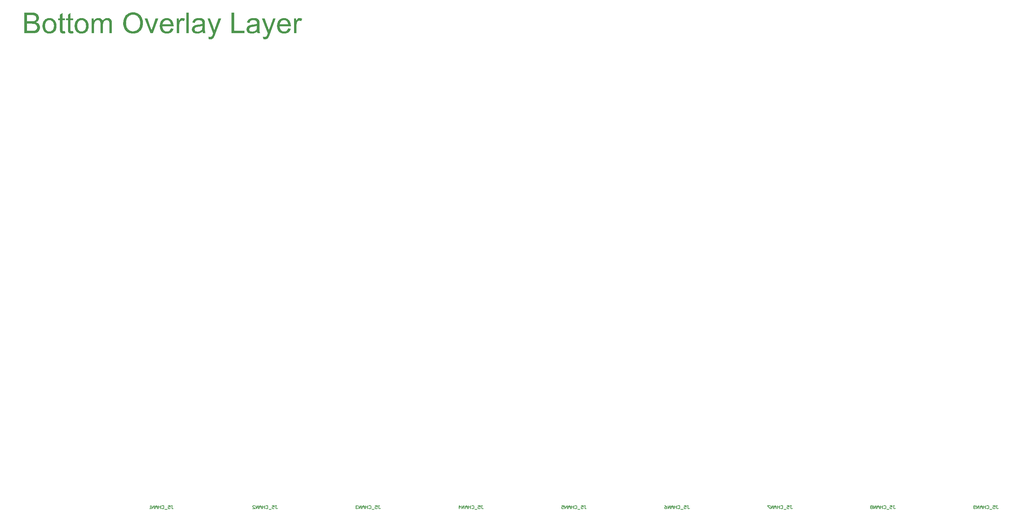
<source format=gbo>
G04*
G04 #@! TF.GenerationSoftware,Altium Limited,Altium Designer,25.0.2 (28)*
G04*
G04 Layer_Color=32896*
%FSLAX44Y44*%
%MOMM*%
G71*
G04*
G04 #@! TF.SameCoordinates,F5B53509-386E-4AF8-9846-D30C52800222*
G04*
G04*
G04 #@! TF.FilePolarity,Positive*
G04*
G01*
G75*
%ADD10C,0.1500*%
G36*
X702425Y1352787D02*
X703225Y1352653D01*
X704225Y1352387D01*
X705358Y1352053D01*
X706491Y1351520D01*
X707757Y1350854D01*
X705558Y1345055D01*
X705424Y1345122D01*
X705158Y1345255D01*
X704691Y1345455D01*
X704091Y1345722D01*
X703425Y1345988D01*
X702625Y1346188D01*
X701759Y1346322D01*
X700892Y1346388D01*
X700559D01*
X700159Y1346322D01*
X699626Y1346255D01*
X699093Y1346055D01*
X698426Y1345855D01*
X697826Y1345522D01*
X697160Y1345122D01*
X697093Y1345055D01*
X696893Y1344922D01*
X696627Y1344589D01*
X696293Y1344189D01*
X695894Y1343722D01*
X695494Y1343122D01*
X695161Y1342456D01*
X694827Y1341656D01*
Y1341589D01*
X694761Y1341523D01*
Y1341323D01*
X694694Y1341056D01*
X694494Y1340390D01*
X694361Y1339523D01*
X694161Y1338390D01*
X693961Y1337191D01*
X693894Y1335791D01*
X693828Y1334325D01*
Y1314996D01*
X687562D01*
Y1352120D01*
X693228D01*
Y1346455D01*
X693294Y1346588D01*
X693428Y1346788D01*
X693561Y1347055D01*
X694027Y1347721D01*
X694494Y1348521D01*
X695094Y1349454D01*
X695760Y1350320D01*
X696494Y1351054D01*
X697160Y1351653D01*
X697227Y1351720D01*
X697493Y1351853D01*
X697893Y1352053D01*
X698360Y1352320D01*
X698960Y1352520D01*
X699693Y1352720D01*
X700426Y1352853D01*
X701226Y1352920D01*
X701759D01*
X702425Y1352787D01*
D02*
G37*
G36*
X412033D02*
X412833Y1352653D01*
X413833Y1352387D01*
X414966Y1352053D01*
X416099Y1351520D01*
X417365Y1350854D01*
X415165Y1345055D01*
X415032Y1345122D01*
X414766Y1345255D01*
X414299Y1345455D01*
X413699Y1345722D01*
X413033Y1345988D01*
X412233Y1346188D01*
X411367Y1346322D01*
X410500Y1346388D01*
X410167D01*
X409767Y1346322D01*
X409234Y1346255D01*
X408700Y1346055D01*
X408034Y1345855D01*
X407434Y1345522D01*
X406768Y1345122D01*
X406701Y1345055D01*
X406501Y1344922D01*
X406234Y1344589D01*
X405901Y1344189D01*
X405501Y1343722D01*
X405101Y1343122D01*
X404768Y1342456D01*
X404435Y1341656D01*
Y1341589D01*
X404368Y1341523D01*
Y1341323D01*
X404302Y1341056D01*
X404102Y1340390D01*
X403968Y1339523D01*
X403768Y1338390D01*
X403568Y1337191D01*
X403502Y1335791D01*
X403435Y1334325D01*
Y1314996D01*
X397170D01*
Y1352120D01*
X402835D01*
Y1346455D01*
X402902Y1346588D01*
X403035Y1346788D01*
X403169Y1347055D01*
X403635Y1347721D01*
X404102Y1348521D01*
X404701Y1349454D01*
X405368Y1350320D01*
X406101Y1351054D01*
X406768Y1351653D01*
X406834Y1351720D01*
X407101Y1351853D01*
X407501Y1352053D01*
X407967Y1352320D01*
X408567Y1352520D01*
X409300Y1352720D01*
X410033Y1352853D01*
X410833Y1352920D01*
X411367D01*
X412033Y1352787D01*
D02*
G37*
G36*
X226214Y1352853D02*
X226680D01*
X227214Y1352787D01*
X228480Y1352520D01*
X229813Y1352187D01*
X231213Y1351653D01*
X232612Y1350854D01*
X233212Y1350387D01*
X233812Y1349854D01*
X233879Y1349787D01*
X233945Y1349721D01*
X234079Y1349521D01*
X234279Y1349254D01*
X234478Y1348921D01*
X234745Y1348521D01*
X235012Y1348054D01*
X235345Y1347521D01*
X235611Y1346921D01*
X235878Y1346188D01*
X236145Y1345455D01*
X236345Y1344589D01*
X236545Y1343656D01*
X236678Y1342656D01*
X236811Y1341523D01*
Y1340390D01*
Y1314996D01*
X230546D01*
Y1338324D01*
Y1338390D01*
Y1338457D01*
Y1338657D01*
Y1338923D01*
Y1339590D01*
X230479Y1340390D01*
X230413Y1341256D01*
X230280Y1342189D01*
X230146Y1342989D01*
X229946Y1343722D01*
Y1343789D01*
X229813Y1343989D01*
X229680Y1344322D01*
X229413Y1344655D01*
X229146Y1345122D01*
X228747Y1345522D01*
X228280Y1345988D01*
X227680Y1346388D01*
X227614Y1346455D01*
X227414Y1346588D01*
X227080Y1346721D01*
X226614Y1346921D01*
X226081Y1347121D01*
X225414Y1347321D01*
X224748Y1347388D01*
X223948Y1347455D01*
X223548D01*
X223281Y1347388D01*
X222548Y1347321D01*
X221615Y1347121D01*
X220549Y1346788D01*
X219482Y1346322D01*
X218349Y1345655D01*
X217349Y1344789D01*
X217216Y1344655D01*
X216950Y1344322D01*
X216550Y1343656D01*
X216083Y1342789D01*
X215816Y1342256D01*
X215550Y1341656D01*
X215350Y1340923D01*
X215150Y1340190D01*
X215017Y1339390D01*
X214883Y1338524D01*
X214750Y1337524D01*
Y1336524D01*
Y1314996D01*
X208485D01*
Y1339057D01*
Y1339123D01*
Y1339257D01*
Y1339457D01*
Y1339723D01*
X208418Y1340523D01*
X208285Y1341389D01*
X208085Y1342456D01*
X207819Y1343456D01*
X207485Y1344455D01*
X206952Y1345322D01*
X206886Y1345388D01*
X206686Y1345655D01*
X206286Y1345988D01*
X205752Y1346388D01*
X205086Y1346788D01*
X204219Y1347121D01*
X203153Y1347388D01*
X201953Y1347455D01*
X201487D01*
X201020Y1347388D01*
X200354Y1347255D01*
X199554Y1347121D01*
X198754Y1346855D01*
X197888Y1346521D01*
X197021Y1346055D01*
X196955Y1345988D01*
X196621Y1345788D01*
X196222Y1345455D01*
X195755Y1344989D01*
X195222Y1344455D01*
X194689Y1343722D01*
X194155Y1342856D01*
X193689Y1341923D01*
X193622Y1341789D01*
X193556Y1341456D01*
X193356Y1340790D01*
X193222Y1339990D01*
X193022Y1338857D01*
X192822Y1337524D01*
X192756Y1335991D01*
X192689Y1334191D01*
Y1314996D01*
X186424D01*
Y1352120D01*
X192023D01*
Y1346855D01*
X192089Y1346988D01*
X192356Y1347321D01*
X192756Y1347788D01*
X193289Y1348454D01*
X193955Y1349121D01*
X194755Y1349854D01*
X195688Y1350587D01*
X196688Y1351254D01*
X196755D01*
X196821Y1351320D01*
X197221Y1351520D01*
X197821Y1351787D01*
X198621Y1352120D01*
X199621Y1352387D01*
X200687Y1352653D01*
X201953Y1352853D01*
X203286Y1352920D01*
X203953D01*
X204753Y1352853D01*
X205686Y1352720D01*
X206752Y1352520D01*
X207885Y1352187D01*
X208952Y1351787D01*
X210018Y1351187D01*
X210151Y1351120D01*
X210485Y1350854D01*
X210951Y1350454D01*
X211484Y1349921D01*
X212151Y1349254D01*
X212751Y1348454D01*
X213351Y1347455D01*
X213817Y1346388D01*
X213884Y1346455D01*
X214017Y1346655D01*
X214284Y1346988D01*
X214617Y1347388D01*
X215083Y1347921D01*
X215617Y1348454D01*
X216216Y1349054D01*
X216883Y1349654D01*
X217683Y1350254D01*
X218549Y1350854D01*
X219482Y1351387D01*
X220482Y1351920D01*
X221615Y1352320D01*
X222748Y1352653D01*
X224014Y1352853D01*
X225281Y1352920D01*
X225814D01*
X226214Y1352853D01*
D02*
G37*
G36*
X337852Y1314996D02*
X331787D01*
X317790Y1352120D01*
X324455D01*
X332387Y1329859D01*
Y1329792D01*
X332453Y1329726D01*
X332520Y1329526D01*
X332587Y1329259D01*
X332853Y1328526D01*
X333186Y1327593D01*
X333586Y1326460D01*
X333986Y1325194D01*
X334386Y1323794D01*
X334786Y1322394D01*
Y1322461D01*
X334853Y1322528D01*
X334919Y1322928D01*
X335119Y1323527D01*
X335386Y1324394D01*
X335719Y1325394D01*
X336119Y1326593D01*
X336586Y1327993D01*
X337119Y1329459D01*
X345317Y1352120D01*
X351848D01*
X337852Y1314996D01*
D02*
G37*
G36*
X628378Y1314396D02*
Y1314330D01*
X628311Y1314130D01*
X628178Y1313797D01*
X627978Y1313397D01*
X627844Y1312930D01*
X627578Y1312330D01*
X627111Y1311064D01*
X626511Y1309664D01*
X625911Y1308265D01*
X625378Y1306998D01*
X625112Y1306465D01*
X624845Y1305999D01*
X624779Y1305865D01*
X624579Y1305532D01*
X624179Y1304932D01*
X623712Y1304266D01*
X623179Y1303532D01*
X622512Y1302799D01*
X621779Y1302066D01*
X620979Y1301466D01*
X620913Y1301400D01*
X620580Y1301266D01*
X620180Y1301000D01*
X619513Y1300733D01*
X618780Y1300467D01*
X617914Y1300200D01*
X616914Y1300067D01*
X615847Y1300000D01*
X615514D01*
X615114Y1300067D01*
X614648Y1300133D01*
X614048Y1300200D01*
X613315Y1300333D01*
X612582Y1300533D01*
X611782Y1300800D01*
X611115Y1306665D01*
X611182D01*
X611449Y1306598D01*
X611848Y1306465D01*
X612315Y1306398D01*
X612848Y1306265D01*
X613448Y1306132D01*
X614648Y1306065D01*
X614981D01*
X615381Y1306132D01*
X615847D01*
X616981Y1306398D01*
X617514Y1306532D01*
X617980Y1306798D01*
X618047D01*
X618180Y1306932D01*
X618447Y1307065D01*
X618713Y1307265D01*
X619380Y1307865D01*
X620046Y1308731D01*
Y1308798D01*
X620180Y1308931D01*
X620313Y1309198D01*
X620513Y1309664D01*
X620779Y1310331D01*
X621113Y1311131D01*
X621513Y1312197D01*
X621713Y1312797D01*
X621979Y1313463D01*
X622046Y1313530D01*
X622113Y1313863D01*
X622312Y1314330D01*
X622579Y1314996D01*
X608449Y1352120D01*
X615114D01*
X622912Y1330659D01*
Y1330592D01*
X622979Y1330459D01*
X623046Y1330259D01*
X623179Y1329926D01*
X623312Y1329592D01*
X623446Y1329126D01*
X623779Y1328060D01*
X624179Y1326793D01*
X624645Y1325327D01*
X625112Y1323727D01*
X625578Y1322061D01*
Y1322128D01*
X625645Y1322261D01*
X625712Y1322461D01*
X625778Y1322794D01*
X625911Y1323194D01*
X626045Y1323661D01*
X626311Y1324727D01*
X626711Y1325993D01*
X627178Y1327393D01*
X627711Y1328926D01*
X628244Y1330459D01*
X636176Y1352120D01*
X642441D01*
X628378Y1314396D01*
D02*
G37*
G36*
X493145D02*
Y1314330D01*
X493079Y1314130D01*
X492946Y1313797D01*
X492746Y1313397D01*
X492612Y1312930D01*
X492346Y1312330D01*
X491879Y1311064D01*
X491279Y1309664D01*
X490680Y1308265D01*
X490146Y1306998D01*
X489880Y1306465D01*
X489613Y1305999D01*
X489546Y1305865D01*
X489347Y1305532D01*
X488947Y1304932D01*
X488480Y1304266D01*
X487947Y1303532D01*
X487280Y1302799D01*
X486547Y1302066D01*
X485747Y1301466D01*
X485681Y1301400D01*
X485348Y1301266D01*
X484948Y1301000D01*
X484281Y1300733D01*
X483548Y1300467D01*
X482682Y1300200D01*
X481682Y1300067D01*
X480615Y1300000D01*
X480282D01*
X479882Y1300067D01*
X479416Y1300133D01*
X478816Y1300200D01*
X478083Y1300333D01*
X477350Y1300533D01*
X476550Y1300800D01*
X475883Y1306665D01*
X475950D01*
X476217Y1306598D01*
X476616Y1306465D01*
X477083Y1306398D01*
X477616Y1306265D01*
X478216Y1306132D01*
X479416Y1306065D01*
X479749D01*
X480149Y1306132D01*
X480615D01*
X481748Y1306398D01*
X482282Y1306532D01*
X482748Y1306798D01*
X482815D01*
X482948Y1306932D01*
X483215Y1307065D01*
X483481Y1307265D01*
X484148Y1307865D01*
X484814Y1308731D01*
Y1308798D01*
X484948Y1308931D01*
X485081Y1309198D01*
X485281Y1309664D01*
X485547Y1310331D01*
X485881Y1311131D01*
X486281Y1312197D01*
X486481Y1312797D01*
X486747Y1313463D01*
X486814Y1313530D01*
X486880Y1313863D01*
X487080Y1314330D01*
X487347Y1314996D01*
X473217Y1352120D01*
X479882D01*
X487680Y1330659D01*
Y1330592D01*
X487747Y1330459D01*
X487814Y1330259D01*
X487947Y1329926D01*
X488080Y1329592D01*
X488214Y1329126D01*
X488547Y1328060D01*
X488947Y1326793D01*
X489413Y1325327D01*
X489880Y1323727D01*
X490346Y1322061D01*
Y1322128D01*
X490413Y1322261D01*
X490480Y1322461D01*
X490546Y1322794D01*
X490680Y1323194D01*
X490813Y1323661D01*
X491079Y1324727D01*
X491479Y1325993D01*
X491946Y1327393D01*
X492479Y1328926D01*
X493012Y1330459D01*
X500943Y1352120D01*
X507209D01*
X493145Y1314396D01*
D02*
G37*
G36*
X589588Y1352853D02*
X590654Y1352787D01*
X591854Y1352653D01*
X593187Y1352453D01*
X594386Y1352187D01*
X595586Y1351787D01*
X595653D01*
X595719Y1351720D01*
X596053Y1351587D01*
X596586Y1351320D01*
X597252Y1350987D01*
X597985Y1350587D01*
X598718Y1350121D01*
X599385Y1349521D01*
X599985Y1348921D01*
X600051Y1348854D01*
X600185Y1348654D01*
X600451Y1348254D01*
X600785Y1347788D01*
X601118Y1347188D01*
X601451Y1346455D01*
X601718Y1345655D01*
X601984Y1344722D01*
Y1344655D01*
X602051Y1344389D01*
X602118Y1343989D01*
X602184Y1343389D01*
Y1342589D01*
X602251Y1341589D01*
X602318Y1340390D01*
Y1338923D01*
Y1330526D01*
Y1330459D01*
Y1330126D01*
Y1329726D01*
Y1329126D01*
Y1328459D01*
Y1327660D01*
Y1326793D01*
X602384Y1325860D01*
Y1323994D01*
X602451Y1322194D01*
X602518Y1321328D01*
Y1320595D01*
X602584Y1319995D01*
X602651Y1319462D01*
Y1319328D01*
X602718Y1319062D01*
X602851Y1318595D01*
X602984Y1318062D01*
X603251Y1317329D01*
X603517Y1316596D01*
X603851Y1315796D01*
X604250Y1314996D01*
X597652D01*
X597585Y1315063D01*
X597519Y1315329D01*
X597319Y1315729D01*
X597186Y1316329D01*
X596919Y1316996D01*
X596786Y1317796D01*
X596586Y1318662D01*
X596452Y1319662D01*
X596386D01*
X596319Y1319528D01*
X596119Y1319395D01*
X595853Y1319195D01*
X595186Y1318662D01*
X594253Y1317995D01*
X593253Y1317329D01*
X592120Y1316596D01*
X590854Y1315929D01*
X589654Y1315396D01*
X589588D01*
X589521Y1315329D01*
X589321Y1315263D01*
X589121Y1315196D01*
X588454Y1314996D01*
X587588Y1314796D01*
X586588Y1314596D01*
X585389Y1314396D01*
X584122Y1314263D01*
X582789Y1314196D01*
X582189D01*
X581790Y1314263D01*
X581256D01*
X580656Y1314330D01*
X579324Y1314596D01*
X577790Y1314930D01*
X576258Y1315463D01*
X574725Y1316196D01*
X574058Y1316596D01*
X573392Y1317129D01*
X573325Y1317196D01*
X573258Y1317262D01*
X572858Y1317662D01*
X572392Y1318329D01*
X571792Y1319195D01*
X571192Y1320328D01*
X570659Y1321595D01*
X570259Y1323061D01*
X570192Y1323861D01*
X570126Y1324727D01*
Y1324860D01*
Y1325194D01*
X570192Y1325727D01*
X570259Y1326393D01*
X570392Y1327126D01*
X570659Y1327993D01*
X570926Y1328859D01*
X571325Y1329726D01*
X571392Y1329859D01*
X571525Y1330126D01*
X571859Y1330526D01*
X572192Y1331059D01*
X572659Y1331592D01*
X573258Y1332192D01*
X573858Y1332792D01*
X574591Y1333325D01*
X574658Y1333392D01*
X574925Y1333525D01*
X575391Y1333791D01*
X575924Y1334125D01*
X576591Y1334458D01*
X577324Y1334791D01*
X578190Y1335124D01*
X579123Y1335391D01*
X579190D01*
X579457Y1335458D01*
X579923Y1335591D01*
X580523Y1335658D01*
X581323Y1335858D01*
X582256Y1335991D01*
X583389Y1336124D01*
X584722Y1336324D01*
X584789D01*
X585055Y1336391D01*
X585455D01*
X585988Y1336524D01*
X586588Y1336591D01*
X587321Y1336657D01*
X588121Y1336791D01*
X588988Y1336924D01*
X590787Y1337257D01*
X592653Y1337657D01*
X594386Y1338057D01*
X595186Y1338324D01*
X595919Y1338524D01*
Y1338590D01*
Y1338723D01*
Y1338923D01*
X595986Y1339190D01*
Y1339723D01*
Y1339990D01*
Y1340123D01*
Y1340190D01*
Y1340323D01*
Y1340523D01*
Y1340723D01*
X595919Y1341456D01*
X595786Y1342256D01*
X595519Y1343189D01*
X595253Y1344055D01*
X594786Y1344922D01*
X594186Y1345588D01*
X594053Y1345655D01*
X593720Y1345922D01*
X593187Y1346255D01*
X592387Y1346655D01*
X591320Y1347055D01*
X590121Y1347388D01*
X588654Y1347655D01*
X586988Y1347721D01*
X586255D01*
X585455Y1347655D01*
X584522Y1347521D01*
X583389Y1347321D01*
X582323Y1347055D01*
X581256Y1346655D01*
X580390Y1346122D01*
X580323Y1346055D01*
X580057Y1345855D01*
X579657Y1345455D01*
X579257Y1344855D01*
X578724Y1344122D01*
X578257Y1343189D01*
X577724Y1341989D01*
X577324Y1340656D01*
X571192Y1341523D01*
Y1341589D01*
X571259Y1341723D01*
Y1341923D01*
X571325Y1342189D01*
X571525Y1342922D01*
X571859Y1343789D01*
X572192Y1344789D01*
X572659Y1345855D01*
X573258Y1346921D01*
X573925Y1347854D01*
X573992Y1347988D01*
X574258Y1348254D01*
X574725Y1348654D01*
X575325Y1349254D01*
X576124Y1349854D01*
X577057Y1350454D01*
X578190Y1351054D01*
X579457Y1351587D01*
X579523D01*
X579657Y1351653D01*
X579857Y1351720D01*
X580123Y1351787D01*
X580457Y1351920D01*
X580856Y1351987D01*
X581923Y1352253D01*
X583122Y1352520D01*
X584589Y1352720D01*
X586188Y1352853D01*
X587921Y1352920D01*
X589121D01*
X589588Y1352853D01*
D02*
G37*
G36*
X539800Y1321061D02*
X564994D01*
Y1314996D01*
X533002D01*
Y1366250D01*
X539800D01*
Y1321061D01*
D02*
G37*
G36*
X454356Y1352853D02*
X455422Y1352787D01*
X456622Y1352653D01*
X457954Y1352453D01*
X459154Y1352187D01*
X460354Y1351787D01*
X460421D01*
X460487Y1351720D01*
X460821Y1351587D01*
X461354Y1351320D01*
X462020Y1350987D01*
X462753Y1350587D01*
X463486Y1350121D01*
X464153Y1349521D01*
X464753Y1348921D01*
X464819Y1348854D01*
X464953Y1348654D01*
X465219Y1348254D01*
X465553Y1347788D01*
X465886Y1347188D01*
X466219Y1346455D01*
X466486Y1345655D01*
X466752Y1344722D01*
Y1344655D01*
X466819Y1344389D01*
X466886Y1343989D01*
X466952Y1343389D01*
Y1342589D01*
X467019Y1341589D01*
X467085Y1340390D01*
Y1338923D01*
Y1330526D01*
Y1330459D01*
Y1330126D01*
Y1329726D01*
Y1329126D01*
Y1328459D01*
Y1327660D01*
Y1326793D01*
X467152Y1325860D01*
Y1323994D01*
X467219Y1322194D01*
X467285Y1321328D01*
Y1320595D01*
X467352Y1319995D01*
X467419Y1319462D01*
Y1319328D01*
X467485Y1319062D01*
X467619Y1318595D01*
X467752Y1318062D01*
X468019Y1317329D01*
X468285Y1316596D01*
X468619Y1315796D01*
X469018Y1314996D01*
X462420D01*
X462353Y1315063D01*
X462287Y1315329D01*
X462087Y1315729D01*
X461954Y1316329D01*
X461687Y1316996D01*
X461554Y1317796D01*
X461354Y1318662D01*
X461220Y1319662D01*
X461154D01*
X461087Y1319528D01*
X460887Y1319395D01*
X460620Y1319195D01*
X459954Y1318662D01*
X459021Y1317995D01*
X458021Y1317329D01*
X456888Y1316596D01*
X455622Y1315929D01*
X454422Y1315396D01*
X454356D01*
X454289Y1315329D01*
X454089Y1315263D01*
X453889Y1315196D01*
X453222Y1314996D01*
X452356Y1314796D01*
X451356Y1314596D01*
X450157Y1314396D01*
X448890Y1314263D01*
X447557Y1314196D01*
X446957D01*
X446558Y1314263D01*
X446024D01*
X445424Y1314330D01*
X444091Y1314596D01*
X442559Y1314930D01*
X441026Y1315463D01*
X439493Y1316196D01*
X438826Y1316596D01*
X438160Y1317129D01*
X438093Y1317196D01*
X438026Y1317262D01*
X437626Y1317662D01*
X437160Y1318329D01*
X436560Y1319195D01*
X435960Y1320328D01*
X435427Y1321595D01*
X435027Y1323061D01*
X434960Y1323861D01*
X434894Y1324727D01*
Y1324860D01*
Y1325194D01*
X434960Y1325727D01*
X435027Y1326393D01*
X435160Y1327126D01*
X435427Y1327993D01*
X435694Y1328859D01*
X436093Y1329726D01*
X436160Y1329859D01*
X436293Y1330126D01*
X436627Y1330526D01*
X436960Y1331059D01*
X437426Y1331592D01*
X438026Y1332192D01*
X438626Y1332792D01*
X439359Y1333325D01*
X439426Y1333392D01*
X439692Y1333525D01*
X440159Y1333791D01*
X440692Y1334125D01*
X441359Y1334458D01*
X442092Y1334791D01*
X442958Y1335124D01*
X443891Y1335391D01*
X443958D01*
X444225Y1335458D01*
X444691Y1335591D01*
X445291Y1335658D01*
X446091Y1335858D01*
X447024Y1335991D01*
X448157Y1336124D01*
X449490Y1336324D01*
X449557D01*
X449823Y1336391D01*
X450223D01*
X450756Y1336524D01*
X451356Y1336591D01*
X452089Y1336657D01*
X452889Y1336791D01*
X453756Y1336924D01*
X455555Y1337257D01*
X457421Y1337657D01*
X459154Y1338057D01*
X459954Y1338324D01*
X460687Y1338524D01*
Y1338590D01*
Y1338723D01*
Y1338923D01*
X460754Y1339190D01*
Y1339723D01*
Y1339990D01*
Y1340123D01*
Y1340190D01*
Y1340323D01*
Y1340523D01*
Y1340723D01*
X460687Y1341456D01*
X460554Y1342256D01*
X460287Y1343189D01*
X460021Y1344055D01*
X459554Y1344922D01*
X458954Y1345588D01*
X458821Y1345655D01*
X458488Y1345922D01*
X457954Y1346255D01*
X457155Y1346655D01*
X456088Y1347055D01*
X454889Y1347388D01*
X453422Y1347655D01*
X451756Y1347721D01*
X451023D01*
X450223Y1347655D01*
X449290Y1347521D01*
X448157Y1347321D01*
X447091Y1347055D01*
X446024Y1346655D01*
X445158Y1346122D01*
X445091Y1346055D01*
X444825Y1345855D01*
X444425Y1345455D01*
X444025Y1344855D01*
X443492Y1344122D01*
X443025Y1343189D01*
X442492Y1341989D01*
X442092Y1340656D01*
X435960Y1341523D01*
Y1341589D01*
X436027Y1341723D01*
Y1341923D01*
X436093Y1342189D01*
X436293Y1342922D01*
X436627Y1343789D01*
X436960Y1344789D01*
X437426Y1345855D01*
X438026Y1346921D01*
X438693Y1347854D01*
X438759Y1347988D01*
X439026Y1348254D01*
X439493Y1348654D01*
X440092Y1349254D01*
X440892Y1349854D01*
X441825Y1350454D01*
X442958Y1351054D01*
X444225Y1351587D01*
X444291D01*
X444425Y1351653D01*
X444625Y1351720D01*
X444891Y1351787D01*
X445224Y1351920D01*
X445624Y1351987D01*
X446691Y1352253D01*
X447890Y1352520D01*
X449357Y1352720D01*
X450956Y1352853D01*
X452689Y1352920D01*
X453889D01*
X454356Y1352853D01*
D02*
G37*
G36*
X427229Y1314996D02*
X420964D01*
Y1366250D01*
X427229D01*
Y1314996D01*
D02*
G37*
G36*
X40661Y1366183D02*
X41261D01*
X42594Y1366050D01*
X44061Y1365850D01*
X45660Y1365583D01*
X47193Y1365183D01*
X48593Y1364650D01*
X48659D01*
X48726Y1364583D01*
X48926Y1364517D01*
X49193Y1364384D01*
X49792Y1363984D01*
X50592Y1363450D01*
X51525Y1362784D01*
X52392Y1361984D01*
X53325Y1360984D01*
X54125Y1359851D01*
Y1359785D01*
X54191Y1359718D01*
X54458Y1359318D01*
X54791Y1358652D01*
X55191Y1357785D01*
X55524Y1356785D01*
X55858Y1355652D01*
X56124Y1354453D01*
X56191Y1353120D01*
Y1353053D01*
Y1352986D01*
Y1352787D01*
Y1352587D01*
X56124Y1351920D01*
X55991Y1351120D01*
X55724Y1350121D01*
X55458Y1349054D01*
X54991Y1347988D01*
X54391Y1346855D01*
X54325Y1346721D01*
X54058Y1346388D01*
X53658Y1345855D01*
X53058Y1345188D01*
X52258Y1344455D01*
X51325Y1343722D01*
X50259Y1342922D01*
X48993Y1342256D01*
X49059D01*
X49193Y1342189D01*
X49459Y1342123D01*
X49792Y1341989D01*
X50126Y1341856D01*
X50592Y1341656D01*
X51659Y1341123D01*
X52792Y1340456D01*
X53991Y1339657D01*
X55124Y1338657D01*
X56124Y1337524D01*
Y1337457D01*
X56257Y1337390D01*
X56391Y1337191D01*
X56524Y1336924D01*
X56924Y1336257D01*
X57390Y1335324D01*
X57857Y1334191D01*
X58257Y1332858D01*
X58524Y1331392D01*
X58657Y1329792D01*
Y1329726D01*
Y1329659D01*
Y1329459D01*
Y1329193D01*
X58590Y1328526D01*
X58457Y1327593D01*
X58257Y1326593D01*
X57990Y1325460D01*
X57657Y1324327D01*
X57124Y1323127D01*
X57057Y1322994D01*
X56857Y1322594D01*
X56524Y1322061D01*
X56057Y1321395D01*
X55524Y1320595D01*
X54858Y1319795D01*
X54125Y1319062D01*
X53325Y1318329D01*
X53258Y1318262D01*
X52925Y1318062D01*
X52458Y1317729D01*
X51792Y1317396D01*
X50992Y1316996D01*
X50059Y1316529D01*
X48926Y1316129D01*
X47726Y1315796D01*
X47593D01*
X47393Y1315729D01*
X47126Y1315663D01*
X46793Y1315596D01*
X46393Y1315529D01*
X45460Y1315396D01*
X44261Y1315263D01*
X42861Y1315130D01*
X41261Y1315063D01*
X39462Y1314996D01*
X20000D01*
Y1366250D01*
X40195D01*
X40661Y1366183D01*
D02*
G37*
G36*
X134171Y1352120D02*
X140503D01*
Y1347255D01*
X134171D01*
Y1325527D01*
Y1325394D01*
Y1325060D01*
Y1324594D01*
X134237Y1324061D01*
Y1323461D01*
X134304Y1322861D01*
X134371Y1322394D01*
X134437Y1321994D01*
X134504Y1321861D01*
X134704Y1321595D01*
X135037Y1321195D01*
X135504Y1320795D01*
X135570D01*
X135637Y1320728D01*
X135837Y1320661D01*
X136104Y1320595D01*
X136770Y1320461D01*
X137703Y1320395D01*
X138436D01*
X138836Y1320461D01*
X139369D01*
X139903Y1320528D01*
X140503Y1320595D01*
X141369Y1315063D01*
X141236D01*
X140902Y1314996D01*
X140436Y1314930D01*
X139769Y1314796D01*
X139036Y1314730D01*
X138236Y1314596D01*
X136570Y1314530D01*
X136037D01*
X135371Y1314596D01*
X134637Y1314663D01*
X133771Y1314796D01*
X132904Y1314996D01*
X132038Y1315263D01*
X131305Y1315596D01*
X131238Y1315663D01*
X130972Y1315796D01*
X130705Y1315996D01*
X130305Y1316329D01*
X129839Y1316729D01*
X129372Y1317262D01*
X128972Y1317796D01*
X128639Y1318395D01*
Y1318462D01*
X128506Y1318795D01*
X128439Y1319262D01*
X128306Y1319995D01*
X128239Y1320461D01*
X128172Y1320995D01*
X128106Y1321595D01*
X128039Y1322328D01*
X127972Y1323061D01*
Y1323927D01*
X127906Y1324860D01*
Y1325860D01*
Y1347255D01*
X123240D01*
Y1352120D01*
X127906D01*
Y1361251D01*
X134171Y1365050D01*
Y1352120D01*
D02*
G37*
G36*
X114309D02*
X120641D01*
Y1347255D01*
X114309D01*
Y1325527D01*
Y1325394D01*
Y1325060D01*
Y1324594D01*
X114376Y1324061D01*
Y1323461D01*
X114443Y1322861D01*
X114509Y1322394D01*
X114576Y1321994D01*
X114642Y1321861D01*
X114842Y1321595D01*
X115176Y1321195D01*
X115642Y1320795D01*
X115709D01*
X115775Y1320728D01*
X115975Y1320661D01*
X116242Y1320595D01*
X116909Y1320461D01*
X117842Y1320395D01*
X118575D01*
X118975Y1320461D01*
X119508D01*
X120041Y1320528D01*
X120641Y1320595D01*
X121507Y1315063D01*
X121374D01*
X121041Y1314996D01*
X120574Y1314930D01*
X119908Y1314796D01*
X119175Y1314730D01*
X118375Y1314596D01*
X116709Y1314530D01*
X116175D01*
X115509Y1314596D01*
X114776Y1314663D01*
X113909Y1314796D01*
X113043Y1314996D01*
X112176Y1315263D01*
X111443Y1315596D01*
X111377Y1315663D01*
X111110Y1315796D01*
X110843Y1315996D01*
X110443Y1316329D01*
X109977Y1316729D01*
X109510Y1317262D01*
X109110Y1317796D01*
X108777Y1318395D01*
Y1318462D01*
X108644Y1318795D01*
X108577Y1319262D01*
X108444Y1319995D01*
X108377Y1320461D01*
X108311Y1320995D01*
X108244Y1321595D01*
X108177Y1322328D01*
X108111Y1323061D01*
Y1323927D01*
X108044Y1324860D01*
Y1325860D01*
Y1347255D01*
X103379D01*
Y1352120D01*
X108044D01*
Y1361251D01*
X114309Y1365050D01*
Y1352120D01*
D02*
G37*
G36*
X664235Y1352853D02*
X664835Y1352787D01*
X665568Y1352653D01*
X666434Y1352520D01*
X667301Y1352320D01*
X668234Y1352053D01*
X669234Y1351653D01*
X670234Y1351254D01*
X671233Y1350787D01*
X672300Y1350187D01*
X673299Y1349521D01*
X674232Y1348721D01*
X675166Y1347854D01*
X675232Y1347788D01*
X675366Y1347588D01*
X675632Y1347321D01*
X675899Y1346921D01*
X676232Y1346388D01*
X676632Y1345788D01*
X677098Y1345055D01*
X677565Y1344189D01*
X677965Y1343189D01*
X678431Y1342123D01*
X678831Y1340990D01*
X679165Y1339723D01*
X679431Y1338324D01*
X679698Y1336857D01*
X679831Y1335258D01*
X679898Y1333591D01*
Y1333458D01*
Y1333192D01*
Y1332658D01*
X679831Y1331925D01*
X652171D01*
Y1331859D01*
Y1331659D01*
X652238Y1331325D01*
X652305Y1330925D01*
X652371Y1330392D01*
X652438Y1329792D01*
X652705Y1328459D01*
X653171Y1326927D01*
X653771Y1325394D01*
X654571Y1323927D01*
X655037Y1323261D01*
X655571Y1322594D01*
X655637Y1322528D01*
X655704Y1322461D01*
X655904Y1322328D01*
X656104Y1322128D01*
X656837Y1321595D01*
X657703Y1320995D01*
X658836Y1320395D01*
X660169Y1319928D01*
X661702Y1319528D01*
X662502Y1319462D01*
X663369Y1319395D01*
X663968D01*
X664568Y1319462D01*
X665435Y1319595D01*
X666301Y1319862D01*
X667301Y1320128D01*
X668301Y1320595D01*
X669234Y1321195D01*
X669367Y1321261D01*
X669634Y1321528D01*
X670100Y1321994D01*
X670633Y1322594D01*
X671233Y1323394D01*
X671900Y1324460D01*
X672566Y1325660D01*
X673099Y1327060D01*
X679631Y1326193D01*
Y1326127D01*
X679565Y1325927D01*
X679498Y1325660D01*
X679298Y1325260D01*
X679165Y1324794D01*
X678898Y1324194D01*
X678365Y1322928D01*
X677565Y1321528D01*
X676565Y1320061D01*
X675366Y1318595D01*
X673966Y1317329D01*
X673899D01*
X673766Y1317196D01*
X673566Y1317062D01*
X673233Y1316862D01*
X672833Y1316596D01*
X672300Y1316329D01*
X671766Y1316063D01*
X671100Y1315796D01*
X670367Y1315463D01*
X669567Y1315196D01*
X668701Y1314930D01*
X667767Y1314663D01*
X665701Y1314330D01*
X664568Y1314263D01*
X663369Y1314196D01*
X663035D01*
X662569Y1314263D01*
X662036D01*
X661369Y1314330D01*
X660569Y1314463D01*
X659636Y1314596D01*
X658703Y1314796D01*
X657703Y1315063D01*
X656637Y1315396D01*
X655571Y1315796D01*
X654504Y1316329D01*
X653438Y1316862D01*
X652371Y1317529D01*
X651372Y1318329D01*
X650439Y1319195D01*
X650372Y1319262D01*
X650239Y1319462D01*
X649972Y1319728D01*
X649705Y1320128D01*
X649372Y1320661D01*
X648972Y1321261D01*
X648506Y1321994D01*
X648106Y1322794D01*
X647639Y1323794D01*
X647173Y1324794D01*
X646773Y1325993D01*
X646440Y1327193D01*
X646173Y1328593D01*
X645906Y1329992D01*
X645773Y1331525D01*
X645706Y1333192D01*
Y1333325D01*
Y1333591D01*
X645773Y1334125D01*
Y1334724D01*
X645840Y1335524D01*
X645973Y1336457D01*
X646106Y1337457D01*
X646306Y1338524D01*
X646573Y1339657D01*
X646906Y1340856D01*
X647239Y1342056D01*
X647706Y1343256D01*
X648306Y1344455D01*
X648906Y1345655D01*
X649639Y1346721D01*
X650505Y1347721D01*
X650572Y1347788D01*
X650705Y1347921D01*
X650972Y1348188D01*
X651372Y1348521D01*
X651838Y1348921D01*
X652438Y1349387D01*
X653105Y1349854D01*
X653838Y1350320D01*
X654704Y1350787D01*
X655637Y1351254D01*
X656704Y1351720D01*
X657770Y1352120D01*
X658970Y1352453D01*
X660236Y1352720D01*
X661569Y1352853D01*
X662969Y1352920D01*
X663702D01*
X664235Y1352853D01*
D02*
G37*
G36*
X373843D02*
X374443Y1352787D01*
X375176Y1352653D01*
X376042Y1352520D01*
X376909Y1352320D01*
X377842Y1352053D01*
X378842Y1351653D01*
X379841Y1351254D01*
X380841Y1350787D01*
X381907Y1350187D01*
X382907Y1349521D01*
X383840Y1348721D01*
X384773Y1347854D01*
X384840Y1347788D01*
X384973Y1347588D01*
X385240Y1347321D01*
X385506Y1346921D01*
X385840Y1346388D01*
X386240Y1345788D01*
X386706Y1345055D01*
X387173Y1344189D01*
X387573Y1343189D01*
X388039Y1342123D01*
X388439Y1340990D01*
X388772Y1339723D01*
X389039Y1338324D01*
X389305Y1336857D01*
X389439Y1335258D01*
X389505Y1333591D01*
Y1333458D01*
Y1333192D01*
Y1332658D01*
X389439Y1331925D01*
X361779D01*
Y1331859D01*
Y1331659D01*
X361846Y1331325D01*
X361912Y1330925D01*
X361979Y1330392D01*
X362046Y1329792D01*
X362312Y1328459D01*
X362779Y1326927D01*
X363379Y1325394D01*
X364179Y1323927D01*
X364645Y1323261D01*
X365178Y1322594D01*
X365245Y1322528D01*
X365312Y1322461D01*
X365512Y1322328D01*
X365712Y1322128D01*
X366445Y1321595D01*
X367311Y1320995D01*
X368444Y1320395D01*
X369777Y1319928D01*
X371310Y1319528D01*
X372110Y1319462D01*
X372976Y1319395D01*
X373576D01*
X374176Y1319462D01*
X375042Y1319595D01*
X375909Y1319862D01*
X376909Y1320128D01*
X377908Y1320595D01*
X378842Y1321195D01*
X378975Y1321261D01*
X379241Y1321528D01*
X379708Y1321994D01*
X380241Y1322594D01*
X380841Y1323394D01*
X381507Y1324460D01*
X382174Y1325660D01*
X382707Y1327060D01*
X389239Y1326193D01*
Y1326127D01*
X389172Y1325927D01*
X389105Y1325660D01*
X388905Y1325260D01*
X388772Y1324794D01*
X388506Y1324194D01*
X387972Y1322928D01*
X387173Y1321528D01*
X386173Y1320061D01*
X384973Y1318595D01*
X383574Y1317329D01*
X383507D01*
X383374Y1317196D01*
X383174Y1317062D01*
X382840Y1316862D01*
X382440Y1316596D01*
X381907Y1316329D01*
X381374Y1316063D01*
X380708Y1315796D01*
X379975Y1315463D01*
X379175Y1315196D01*
X378308Y1314930D01*
X377375Y1314663D01*
X375309Y1314330D01*
X374176Y1314263D01*
X372976Y1314196D01*
X372643D01*
X372177Y1314263D01*
X371643D01*
X370977Y1314330D01*
X370177Y1314463D01*
X369244Y1314596D01*
X368311Y1314796D01*
X367311Y1315063D01*
X366245Y1315396D01*
X365178Y1315796D01*
X364112Y1316329D01*
X363046Y1316862D01*
X361979Y1317529D01*
X360979Y1318329D01*
X360046Y1319195D01*
X359980Y1319262D01*
X359846Y1319462D01*
X359580Y1319728D01*
X359313Y1320128D01*
X358980Y1320661D01*
X358580Y1321261D01*
X358113Y1321994D01*
X357714Y1322794D01*
X357247Y1323794D01*
X356780Y1324794D01*
X356381Y1325993D01*
X356047Y1327193D01*
X355781Y1328593D01*
X355514Y1329992D01*
X355381Y1331525D01*
X355314Y1333192D01*
Y1333325D01*
Y1333591D01*
X355381Y1334125D01*
Y1334724D01*
X355447Y1335524D01*
X355581Y1336457D01*
X355714Y1337457D01*
X355914Y1338524D01*
X356181Y1339657D01*
X356514Y1340856D01*
X356847Y1342056D01*
X357314Y1343256D01*
X357914Y1344455D01*
X358513Y1345655D01*
X359246Y1346721D01*
X360113Y1347721D01*
X360180Y1347788D01*
X360313Y1347921D01*
X360579Y1348188D01*
X360979Y1348521D01*
X361446Y1348921D01*
X362046Y1349387D01*
X362712Y1349854D01*
X363445Y1350320D01*
X364312Y1350787D01*
X365245Y1351254D01*
X366311Y1351720D01*
X367378Y1352120D01*
X368577Y1352453D01*
X369844Y1352720D01*
X371177Y1352853D01*
X372576Y1352920D01*
X373310D01*
X373843Y1352853D01*
D02*
G37*
G36*
X162963D02*
X163630Y1352787D01*
X164363Y1352653D01*
X165229Y1352520D01*
X166163Y1352320D01*
X167096Y1352053D01*
X168095Y1351653D01*
X169162Y1351254D01*
X170228Y1350787D01*
X171295Y1350187D01*
X172294Y1349521D01*
X173294Y1348721D01*
X174227Y1347854D01*
X174294Y1347788D01*
X174427Y1347655D01*
X174694Y1347321D01*
X174960Y1346921D01*
X175360Y1346455D01*
X175760Y1345788D01*
X176227Y1345055D01*
X176693Y1344255D01*
X177093Y1343322D01*
X177560Y1342323D01*
X177960Y1341190D01*
X178360Y1339923D01*
X178626Y1338590D01*
X178893Y1337191D01*
X179026Y1335658D01*
X179093Y1334058D01*
Y1333991D01*
Y1333725D01*
Y1333392D01*
Y1332858D01*
X179026Y1332258D01*
X178959Y1331592D01*
X178893Y1330792D01*
X178826Y1329992D01*
X178559Y1328193D01*
X178160Y1326327D01*
X177626Y1324460D01*
X177293Y1323594D01*
X176893Y1322794D01*
Y1322728D01*
X176826Y1322594D01*
X176693Y1322394D01*
X176493Y1322128D01*
X176027Y1321395D01*
X175294Y1320461D01*
X174427Y1319462D01*
X173361Y1318395D01*
X172094Y1317396D01*
X170628Y1316463D01*
X170562D01*
X170428Y1316396D01*
X170228Y1316263D01*
X169895Y1316129D01*
X169562Y1315929D01*
X169095Y1315729D01*
X167962Y1315329D01*
X166696Y1314930D01*
X165163Y1314530D01*
X163497Y1314263D01*
X161697Y1314196D01*
X161364D01*
X160964Y1314263D01*
X160431D01*
X159764Y1314330D01*
X159031Y1314463D01*
X158165Y1314596D01*
X157232Y1314796D01*
X156232Y1315063D01*
X155232Y1315396D01*
X154232Y1315796D01*
X153166Y1316263D01*
X152100Y1316862D01*
X151100Y1317529D01*
X150100Y1318262D01*
X149167Y1319129D01*
X149100Y1319195D01*
X148967Y1319395D01*
X148700Y1319662D01*
X148434Y1320061D01*
X148034Y1320595D01*
X147634Y1321195D01*
X147234Y1321928D01*
X146768Y1322794D01*
X146301Y1323794D01*
X145901Y1324860D01*
X145501Y1325993D01*
X145101Y1327326D01*
X144835Y1328726D01*
X144568Y1330192D01*
X144435Y1331792D01*
X144368Y1333525D01*
Y1333658D01*
Y1333991D01*
X144435Y1334525D01*
Y1335191D01*
X144568Y1336057D01*
X144701Y1337057D01*
X144835Y1338124D01*
X145101Y1339257D01*
X145368Y1340523D01*
X145768Y1341789D01*
X146234Y1343056D01*
X146768Y1344322D01*
X147434Y1345522D01*
X148167Y1346721D01*
X149034Y1347788D01*
X150033Y1348788D01*
X150100Y1348854D01*
X150233Y1348987D01*
X150500Y1349187D01*
X150900Y1349454D01*
X151366Y1349721D01*
X151900Y1350121D01*
X152566Y1350454D01*
X153299Y1350854D01*
X154099Y1351254D01*
X154965Y1351587D01*
X155965Y1351987D01*
X156965Y1352253D01*
X158098Y1352520D01*
X159231Y1352720D01*
X160431Y1352853D01*
X161697Y1352920D01*
X162430D01*
X162963Y1352853D01*
D02*
G37*
G36*
X83450D02*
X84117Y1352787D01*
X84850Y1352653D01*
X85716Y1352520D01*
X86650Y1352320D01*
X87583Y1352053D01*
X88582Y1351653D01*
X89649Y1351254D01*
X90715Y1350787D01*
X91782Y1350187D01*
X92781Y1349521D01*
X93781Y1348721D01*
X94714Y1347854D01*
X94781Y1347788D01*
X94914Y1347655D01*
X95181Y1347321D01*
X95447Y1346921D01*
X95847Y1346455D01*
X96247Y1345788D01*
X96714Y1345055D01*
X97180Y1344255D01*
X97580Y1343322D01*
X98047Y1342323D01*
X98447Y1341190D01*
X98847Y1339923D01*
X99113Y1338590D01*
X99380Y1337191D01*
X99513Y1335658D01*
X99580Y1334058D01*
Y1333991D01*
Y1333725D01*
Y1333392D01*
Y1332858D01*
X99513Y1332258D01*
X99446Y1331592D01*
X99380Y1330792D01*
X99313Y1329992D01*
X99046Y1328193D01*
X98646Y1326327D01*
X98113Y1324460D01*
X97780Y1323594D01*
X97380Y1322794D01*
Y1322728D01*
X97313Y1322594D01*
X97180Y1322394D01*
X96980Y1322128D01*
X96514Y1321395D01*
X95781Y1320461D01*
X94914Y1319462D01*
X93848Y1318395D01*
X92581Y1317396D01*
X91115Y1316463D01*
X91048D01*
X90915Y1316396D01*
X90715Y1316263D01*
X90382Y1316129D01*
X90049Y1315929D01*
X89582Y1315729D01*
X88449Y1315329D01*
X87183Y1314930D01*
X85650Y1314530D01*
X83984Y1314263D01*
X82184Y1314196D01*
X81851D01*
X81451Y1314263D01*
X80918D01*
X80251Y1314330D01*
X79518Y1314463D01*
X78652Y1314596D01*
X77719Y1314796D01*
X76719Y1315063D01*
X75719Y1315396D01*
X74719Y1315796D01*
X73653Y1316263D01*
X72586Y1316862D01*
X71587Y1317529D01*
X70587Y1318262D01*
X69654Y1319129D01*
X69587Y1319195D01*
X69454Y1319395D01*
X69187Y1319662D01*
X68921Y1320061D01*
X68521Y1320595D01*
X68121Y1321195D01*
X67721Y1321928D01*
X67255Y1322794D01*
X66788Y1323794D01*
X66388Y1324860D01*
X65988Y1325993D01*
X65588Y1327326D01*
X65322Y1328726D01*
X65055Y1330192D01*
X64922Y1331792D01*
X64855Y1333525D01*
Y1333658D01*
Y1333991D01*
X64922Y1334525D01*
Y1335191D01*
X65055Y1336057D01*
X65188Y1337057D01*
X65322Y1338124D01*
X65588Y1339257D01*
X65855Y1340523D01*
X66255Y1341789D01*
X66721Y1343056D01*
X67255Y1344322D01*
X67921Y1345522D01*
X68654Y1346721D01*
X69521Y1347788D01*
X70520Y1348788D01*
X70587Y1348854D01*
X70720Y1348987D01*
X70987Y1349187D01*
X71387Y1349454D01*
X71853Y1349721D01*
X72387Y1350121D01*
X73053Y1350454D01*
X73786Y1350854D01*
X74586Y1351254D01*
X75452Y1351587D01*
X76452Y1351987D01*
X77452Y1352253D01*
X78585Y1352520D01*
X79718Y1352720D01*
X80918Y1352853D01*
X82184Y1352920D01*
X82917D01*
X83450Y1352853D01*
D02*
G37*
G36*
X290464Y1367050D02*
X291064Y1366983D01*
X291797Y1366916D01*
X292597Y1366850D01*
X293530Y1366716D01*
X295463Y1366316D01*
X297596Y1365717D01*
X298729Y1365317D01*
X299795Y1364850D01*
X300928Y1364317D01*
X301994Y1363717D01*
X302061Y1363650D01*
X302261Y1363584D01*
X302528Y1363384D01*
X302928Y1363117D01*
X303394Y1362717D01*
X303994Y1362317D01*
X304594Y1361851D01*
X305260Y1361251D01*
X305927Y1360651D01*
X306660Y1359918D01*
X307393Y1359118D01*
X308126Y1358318D01*
X308793Y1357385D01*
X309459Y1356386D01*
X310726Y1354253D01*
X310792Y1354186D01*
X310859Y1353986D01*
X310992Y1353653D01*
X311192Y1353186D01*
X311392Y1352587D01*
X311659Y1351920D01*
X311925Y1351120D01*
X312258Y1350254D01*
X312525Y1349321D01*
X312792Y1348254D01*
X313058Y1347121D01*
X313258Y1345922D01*
X313591Y1343322D01*
X313725Y1341923D01*
Y1340523D01*
Y1340456D01*
Y1340190D01*
Y1339790D01*
X313658Y1339190D01*
Y1338524D01*
X313591Y1337724D01*
X313458Y1336857D01*
X313325Y1335858D01*
X313125Y1334791D01*
X312925Y1333658D01*
X312392Y1331325D01*
X311592Y1328926D01*
X311059Y1327726D01*
X310526Y1326527D01*
X310459Y1326460D01*
X310392Y1326260D01*
X310192Y1325927D01*
X309926Y1325527D01*
X309592Y1324994D01*
X309259Y1324394D01*
X308793Y1323794D01*
X308260Y1323061D01*
X307660Y1322328D01*
X306993Y1321595D01*
X305460Y1320061D01*
X303661Y1318529D01*
X302661Y1317862D01*
X301595Y1317262D01*
X301528D01*
X301328Y1317129D01*
X300995Y1316996D01*
X300595Y1316796D01*
X300062Y1316529D01*
X299462Y1316263D01*
X298729Y1315996D01*
X297929Y1315729D01*
X296996Y1315396D01*
X296063Y1315130D01*
X293930Y1314596D01*
X291664Y1314263D01*
X290464Y1314196D01*
X289198Y1314130D01*
X288465D01*
X287998Y1314196D01*
X287332Y1314263D01*
X286598Y1314330D01*
X285799Y1314396D01*
X284865Y1314596D01*
X282866Y1314996D01*
X280667Y1315596D01*
X279534Y1315996D01*
X278467Y1316463D01*
X277334Y1316996D01*
X276268Y1317596D01*
X276201Y1317662D01*
X276001Y1317729D01*
X275735Y1317929D01*
X275335Y1318262D01*
X274868Y1318595D01*
X274335Y1318995D01*
X273735Y1319528D01*
X273069Y1320061D01*
X272402Y1320728D01*
X271669Y1321461D01*
X270936Y1322261D01*
X270269Y1323061D01*
X268870Y1324994D01*
X267670Y1327126D01*
Y1327193D01*
X267537Y1327393D01*
X267403Y1327726D01*
X267203Y1328193D01*
X267003Y1328726D01*
X266737Y1329393D01*
X266470Y1330192D01*
X266204Y1330992D01*
X265937Y1331925D01*
X265670Y1332925D01*
X265204Y1335058D01*
X264871Y1337457D01*
X264804Y1338657D01*
X264737Y1339923D01*
Y1339990D01*
Y1340056D01*
Y1340256D01*
Y1340456D01*
X264804Y1341123D01*
X264871Y1342056D01*
X264937Y1343122D01*
X265071Y1344322D01*
X265337Y1345722D01*
X265604Y1347188D01*
X265937Y1348788D01*
X266404Y1350387D01*
X266937Y1352053D01*
X267603Y1353720D01*
X268403Y1355319D01*
X269270Y1356919D01*
X270336Y1358452D01*
X271536Y1359851D01*
X271602Y1359918D01*
X271869Y1360185D01*
X272269Y1360518D01*
X272802Y1360984D01*
X273468Y1361518D01*
X274268Y1362184D01*
X275268Y1362784D01*
X276334Y1363517D01*
X277534Y1364184D01*
X278867Y1364850D01*
X280333Y1365450D01*
X281933Y1365983D01*
X283599Y1366450D01*
X285399Y1366783D01*
X287265Y1367050D01*
X289264Y1367116D01*
X289931D01*
X290464Y1367050D01*
D02*
G37*
%LPC*%
G36*
X595919Y1333591D02*
X595853D01*
X595786Y1333525D01*
X595586Y1333458D01*
X595253Y1333392D01*
X594920Y1333258D01*
X594453Y1333125D01*
X593920Y1332925D01*
X593320Y1332792D01*
X592653Y1332592D01*
X591920Y1332392D01*
X591054Y1332192D01*
X590121Y1331992D01*
X589121Y1331792D01*
X588055Y1331592D01*
X586922Y1331392D01*
X585655Y1331192D01*
X585455D01*
X585322Y1331125D01*
X585055D01*
X584322Y1330992D01*
X583522Y1330859D01*
X582656Y1330659D01*
X581723Y1330459D01*
X580856Y1330192D01*
X580190Y1329926D01*
X580123D01*
X579923Y1329792D01*
X579657Y1329659D01*
X579257Y1329459D01*
X578457Y1328793D01*
X578057Y1328393D01*
X577724Y1327926D01*
X577657Y1327859D01*
X577591Y1327726D01*
X577457Y1327393D01*
X577324Y1327060D01*
X577124Y1326593D01*
X576991Y1326127D01*
X576924Y1325527D01*
X576857Y1324927D01*
Y1324794D01*
Y1324527D01*
X576991Y1324061D01*
X577124Y1323461D01*
X577324Y1322861D01*
X577657Y1322128D01*
X578124Y1321461D01*
X578724Y1320795D01*
X578790Y1320728D01*
X579057Y1320528D01*
X579523Y1320262D01*
X580123Y1319995D01*
X580923Y1319662D01*
X581923Y1319395D01*
X583056Y1319195D01*
X584322Y1319129D01*
X584922D01*
X585588Y1319195D01*
X586455Y1319328D01*
X587455Y1319528D01*
X588521Y1319795D01*
X589654Y1320128D01*
X590720Y1320661D01*
X590787D01*
X590854Y1320728D01*
X591187Y1320928D01*
X591720Y1321328D01*
X592320Y1321794D01*
X592987Y1322394D01*
X593720Y1323194D01*
X594386Y1323994D01*
X594920Y1324994D01*
X594986Y1325127D01*
X595053Y1325394D01*
X595253Y1325860D01*
X595453Y1326593D01*
X595586Y1327460D01*
X595786Y1328526D01*
X595853Y1329792D01*
X595919Y1331259D01*
Y1333591D01*
D02*
G37*
G36*
X460687D02*
X460620D01*
X460554Y1333525D01*
X460354Y1333458D01*
X460021Y1333392D01*
X459687Y1333258D01*
X459221Y1333125D01*
X458688Y1332925D01*
X458088Y1332792D01*
X457421Y1332592D01*
X456688Y1332392D01*
X455822Y1332192D01*
X454889Y1331992D01*
X453889Y1331792D01*
X452822Y1331592D01*
X451689Y1331392D01*
X450423Y1331192D01*
X450223D01*
X450090Y1331125D01*
X449823D01*
X449090Y1330992D01*
X448290Y1330859D01*
X447424Y1330659D01*
X446491Y1330459D01*
X445624Y1330192D01*
X444958Y1329926D01*
X444891D01*
X444691Y1329792D01*
X444425Y1329659D01*
X444025Y1329459D01*
X443225Y1328793D01*
X442825Y1328393D01*
X442492Y1327926D01*
X442425Y1327859D01*
X442359Y1327726D01*
X442225Y1327393D01*
X442092Y1327060D01*
X441892Y1326593D01*
X441759Y1326127D01*
X441692Y1325527D01*
X441625Y1324927D01*
Y1324794D01*
Y1324527D01*
X441759Y1324061D01*
X441892Y1323461D01*
X442092Y1322861D01*
X442425Y1322128D01*
X442892Y1321461D01*
X443492Y1320795D01*
X443558Y1320728D01*
X443825Y1320528D01*
X444291Y1320262D01*
X444891Y1319995D01*
X445691Y1319662D01*
X446691Y1319395D01*
X447824Y1319195D01*
X449090Y1319129D01*
X449690D01*
X450356Y1319195D01*
X451223Y1319328D01*
X452223Y1319528D01*
X453289Y1319795D01*
X454422Y1320128D01*
X455489Y1320661D01*
X455555D01*
X455622Y1320728D01*
X455955Y1320928D01*
X456488Y1321328D01*
X457088Y1321794D01*
X457755Y1322394D01*
X458488Y1323194D01*
X459154Y1323994D01*
X459687Y1324994D01*
X459754Y1325127D01*
X459821Y1325394D01*
X460021Y1325860D01*
X460221Y1326593D01*
X460354Y1327460D01*
X460554Y1328526D01*
X460620Y1329792D01*
X460687Y1331259D01*
Y1333591D01*
D02*
G37*
G36*
X38928Y1360185D02*
X26798D01*
Y1344722D01*
X39395D01*
X40328Y1344789D01*
X41395Y1344855D01*
X42461Y1344922D01*
X43461Y1345055D01*
X44261Y1345255D01*
X44394Y1345322D01*
X44660Y1345388D01*
X45127Y1345588D01*
X45727Y1345855D01*
X46393Y1346255D01*
X46993Y1346655D01*
X47660Y1347188D01*
X48193Y1347788D01*
X48259Y1347854D01*
X48393Y1348121D01*
X48593Y1348521D01*
X48859Y1349054D01*
X49126Y1349654D01*
X49326Y1350454D01*
X49459Y1351320D01*
X49526Y1352320D01*
Y1352453D01*
Y1352720D01*
X49459Y1353253D01*
X49392Y1353853D01*
X49193Y1354519D01*
X48993Y1355253D01*
X48659Y1356052D01*
X48259Y1356785D01*
X48193Y1356852D01*
X48060Y1357119D01*
X47793Y1357452D01*
X47393Y1357852D01*
X46860Y1358318D01*
X46327Y1358718D01*
X45594Y1359118D01*
X44794Y1359451D01*
X44660Y1359518D01*
X44327Y1359585D01*
X43794Y1359718D01*
X42994Y1359851D01*
X42461Y1359918D01*
X41928Y1359985D01*
X41261D01*
X40528Y1360051D01*
X39795Y1360118D01*
X38928Y1360185D01*
D02*
G37*
G36*
X38595Y1338657D02*
X26798D01*
Y1321061D01*
X41328D01*
X42861Y1321128D01*
X43527Y1321195D01*
X44127Y1321261D01*
X44261D01*
X44527Y1321328D01*
X44927Y1321461D01*
X45460Y1321595D01*
X46127Y1321794D01*
X46726Y1321994D01*
X47393Y1322328D01*
X47993Y1322661D01*
X48060Y1322728D01*
X48259Y1322861D01*
X48526Y1323061D01*
X48926Y1323394D01*
X49326Y1323794D01*
X49792Y1324327D01*
X50192Y1324860D01*
X50592Y1325527D01*
X50659Y1325594D01*
X50792Y1325860D01*
X50925Y1326260D01*
X51125Y1326793D01*
X51325Y1327393D01*
X51525Y1328126D01*
X51592Y1328993D01*
X51659Y1329859D01*
Y1329992D01*
Y1330326D01*
X51592Y1330859D01*
X51459Y1331525D01*
X51259Y1332325D01*
X50992Y1333125D01*
X50659Y1333991D01*
X50126Y1334791D01*
X50059Y1334858D01*
X49859Y1335124D01*
X49526Y1335524D01*
X49059Y1335991D01*
X48459Y1336457D01*
X47793Y1336991D01*
X46993Y1337390D01*
X46060Y1337790D01*
X45927Y1337857D01*
X45594Y1337924D01*
X44994Y1338057D01*
X44127Y1338257D01*
X43127Y1338390D01*
X41794Y1338524D01*
X40328Y1338590D01*
X38595Y1338657D01*
D02*
G37*
G36*
X663035Y1347721D02*
X662635D01*
X662302Y1347655D01*
X661969D01*
X661502Y1347588D01*
X660503Y1347388D01*
X659370Y1346988D01*
X658103Y1346455D01*
X656904Y1345788D01*
X656304Y1345322D01*
X655704Y1344789D01*
X655571Y1344655D01*
X655237Y1344255D01*
X654771Y1343656D01*
X654238Y1342789D01*
X653638Y1341656D01*
X653105Y1340323D01*
X652705Y1338857D01*
X652505Y1337124D01*
X673233D01*
Y1337191D01*
Y1337324D01*
X673166Y1337590D01*
X673099Y1337857D01*
Y1338257D01*
X672966Y1338723D01*
X672766Y1339723D01*
X672433Y1340856D01*
X672033Y1341989D01*
X671500Y1343122D01*
X670833Y1344055D01*
Y1344122D01*
X670700Y1344189D01*
X670500Y1344389D01*
X670300Y1344655D01*
X669634Y1345188D01*
X668767Y1345922D01*
X667634Y1346588D01*
X666301Y1347121D01*
X664768Y1347588D01*
X663902Y1347655D01*
X663035Y1347721D01*
D02*
G37*
G36*
X372643D02*
X372243D01*
X371910Y1347655D01*
X371577D01*
X371110Y1347588D01*
X370110Y1347388D01*
X368977Y1346988D01*
X367711Y1346455D01*
X366511Y1345788D01*
X365911Y1345322D01*
X365312Y1344789D01*
X365178Y1344655D01*
X364845Y1344255D01*
X364379Y1343656D01*
X363845Y1342789D01*
X363246Y1341656D01*
X362712Y1340323D01*
X362312Y1338857D01*
X362112Y1337124D01*
X382840D01*
Y1337191D01*
Y1337324D01*
X382774Y1337590D01*
X382707Y1337857D01*
Y1338257D01*
X382574Y1338723D01*
X382374Y1339723D01*
X382041Y1340856D01*
X381641Y1341989D01*
X381107Y1343122D01*
X380441Y1344055D01*
Y1344122D01*
X380308Y1344189D01*
X380108Y1344389D01*
X379908Y1344655D01*
X379241Y1345188D01*
X378375Y1345922D01*
X377242Y1346588D01*
X375909Y1347121D01*
X374376Y1347588D01*
X373509Y1347655D01*
X372643Y1347721D01*
D02*
G37*
G36*
X161697D02*
X161231D01*
X160897Y1347655D01*
X160497Y1347588D01*
X160031Y1347521D01*
X158964Y1347255D01*
X157765Y1346855D01*
X156432Y1346255D01*
X155765Y1345855D01*
X155165Y1345388D01*
X154499Y1344789D01*
X153899Y1344189D01*
Y1344122D01*
X153766Y1344055D01*
X153632Y1343789D01*
X153433Y1343522D01*
X153166Y1343122D01*
X152899Y1342722D01*
X152633Y1342189D01*
X152366Y1341523D01*
X152100Y1340856D01*
X151833Y1340056D01*
X151566Y1339190D01*
X151300Y1338190D01*
X151100Y1337191D01*
X150967Y1336057D01*
X150900Y1334791D01*
X150833Y1333525D01*
Y1333458D01*
Y1333192D01*
Y1332858D01*
X150900Y1332392D01*
Y1331792D01*
X150967Y1331125D01*
X151100Y1330326D01*
X151233Y1329526D01*
X151566Y1327859D01*
X152100Y1326060D01*
X152899Y1324394D01*
X153366Y1323661D01*
X153899Y1322928D01*
X153966Y1322861D01*
X154032Y1322794D01*
X154232Y1322594D01*
X154432Y1322394D01*
X155165Y1321794D01*
X156032Y1321195D01*
X157165Y1320528D01*
X158498Y1319928D01*
X160031Y1319528D01*
X160831Y1319462D01*
X161697Y1319395D01*
X162164D01*
X162497Y1319462D01*
X162897Y1319528D01*
X163363Y1319595D01*
X164430Y1319862D01*
X165629Y1320262D01*
X166962Y1320861D01*
X167629Y1321261D01*
X168295Y1321794D01*
X168895Y1322328D01*
X169495Y1322928D01*
X169562Y1322994D01*
X169628Y1323127D01*
X169762Y1323327D01*
X169962Y1323594D01*
X170228Y1323994D01*
X170495Y1324460D01*
X170761Y1324994D01*
X171095Y1325594D01*
X171361Y1326327D01*
X171628Y1327126D01*
X171894Y1327993D01*
X172161Y1328993D01*
X172361Y1330059D01*
X172494Y1331192D01*
X172628Y1332392D01*
Y1333725D01*
Y1333791D01*
Y1334058D01*
Y1334391D01*
X172561Y1334858D01*
Y1335458D01*
X172494Y1336057D01*
X172361Y1336791D01*
X172228Y1337590D01*
X171894Y1339257D01*
X171295Y1340990D01*
X170562Y1342656D01*
X170028Y1343456D01*
X169495Y1344122D01*
X169428Y1344189D01*
X169362Y1344255D01*
X169162Y1344455D01*
X168962Y1344655D01*
X168229Y1345255D01*
X167362Y1345922D01*
X166229Y1346588D01*
X164896Y1347188D01*
X163363Y1347588D01*
X162563Y1347655D01*
X161697Y1347721D01*
D02*
G37*
G36*
X82184D02*
X81718D01*
X81384Y1347655D01*
X80984Y1347588D01*
X80518Y1347521D01*
X79451Y1347255D01*
X78252Y1346855D01*
X76919Y1346255D01*
X76252Y1345855D01*
X75652Y1345388D01*
X74986Y1344789D01*
X74386Y1344189D01*
Y1344122D01*
X74253Y1344055D01*
X74120Y1343789D01*
X73920Y1343522D01*
X73653Y1343122D01*
X73386Y1342722D01*
X73120Y1342189D01*
X72853Y1341523D01*
X72586Y1340856D01*
X72320Y1340056D01*
X72053Y1339190D01*
X71787Y1338190D01*
X71587Y1337191D01*
X71453Y1336057D01*
X71387Y1334791D01*
X71320Y1333525D01*
Y1333458D01*
Y1333192D01*
Y1332858D01*
X71387Y1332392D01*
Y1331792D01*
X71453Y1331125D01*
X71587Y1330326D01*
X71720Y1329526D01*
X72053Y1327859D01*
X72586Y1326060D01*
X73386Y1324394D01*
X73853Y1323661D01*
X74386Y1322928D01*
X74453Y1322861D01*
X74519Y1322794D01*
X74719Y1322594D01*
X74919Y1322394D01*
X75652Y1321794D01*
X76519Y1321195D01*
X77652Y1320528D01*
X78985Y1319928D01*
X80518Y1319528D01*
X81318Y1319462D01*
X82184Y1319395D01*
X82651D01*
X82984Y1319462D01*
X83384Y1319528D01*
X83850Y1319595D01*
X84917Y1319862D01*
X86116Y1320262D01*
X87449Y1320861D01*
X88116Y1321261D01*
X88782Y1321794D01*
X89382Y1322328D01*
X89982Y1322928D01*
X90049Y1322994D01*
X90115Y1323127D01*
X90249Y1323327D01*
X90449Y1323594D01*
X90715Y1323994D01*
X90982Y1324460D01*
X91248Y1324994D01*
X91582Y1325594D01*
X91848Y1326327D01*
X92115Y1327126D01*
X92381Y1327993D01*
X92648Y1328993D01*
X92848Y1330059D01*
X92981Y1331192D01*
X93115Y1332392D01*
Y1333725D01*
Y1333791D01*
Y1334058D01*
Y1334391D01*
X93048Y1334858D01*
Y1335458D01*
X92981Y1336057D01*
X92848Y1336791D01*
X92715Y1337590D01*
X92381Y1339257D01*
X91782Y1340990D01*
X91048Y1342656D01*
X90515Y1343456D01*
X89982Y1344122D01*
X89915Y1344189D01*
X89849Y1344255D01*
X89649Y1344455D01*
X89449Y1344655D01*
X88716Y1345255D01*
X87849Y1345922D01*
X86716Y1346588D01*
X85383Y1347188D01*
X83850Y1347588D01*
X83050Y1347655D01*
X82184Y1347721D01*
D02*
G37*
G36*
X289264Y1361251D02*
X288598D01*
X288065Y1361184D01*
X287465Y1361118D01*
X286732Y1360984D01*
X285932Y1360851D01*
X284999Y1360651D01*
X284066Y1360385D01*
X283066Y1360051D01*
X282066Y1359651D01*
X281000Y1359118D01*
X279933Y1358585D01*
X278867Y1357919D01*
X277867Y1357119D01*
X276868Y1356252D01*
X276801Y1356186D01*
X276668Y1356052D01*
X276401Y1355719D01*
X276068Y1355319D01*
X275668Y1354786D01*
X275268Y1354053D01*
X274801Y1353253D01*
X274335Y1352320D01*
X273802Y1351254D01*
X273335Y1350054D01*
X272935Y1348721D01*
X272535Y1347255D01*
X272202Y1345588D01*
X271936Y1343789D01*
X271802Y1341856D01*
X271736Y1339790D01*
Y1339657D01*
Y1339390D01*
X271802Y1338923D01*
Y1338257D01*
X271869Y1337457D01*
X272002Y1336591D01*
X272135Y1335591D01*
X272335Y1334525D01*
X272602Y1333325D01*
X272935Y1332125D01*
X273335Y1330925D01*
X273802Y1329726D01*
X274401Y1328526D01*
X275068Y1327326D01*
X275801Y1326260D01*
X276668Y1325194D01*
X276734Y1325127D01*
X276868Y1324994D01*
X277201Y1324727D01*
X277601Y1324394D01*
X278067Y1323994D01*
X278667Y1323527D01*
X279334Y1323061D01*
X280133Y1322594D01*
X280933Y1322061D01*
X281933Y1321595D01*
X282933Y1321128D01*
X284066Y1320728D01*
X285199Y1320395D01*
X286465Y1320128D01*
X287731Y1319995D01*
X289131Y1319928D01*
X289464D01*
X289864Y1319995D01*
X290397D01*
X291064Y1320061D01*
X291797Y1320195D01*
X292663Y1320395D01*
X293597Y1320595D01*
X294530Y1320861D01*
X295596Y1321261D01*
X296596Y1321661D01*
X297662Y1322194D01*
X298729Y1322794D01*
X299795Y1323527D01*
X300795Y1324327D01*
X301728Y1325260D01*
X301794Y1325327D01*
X301928Y1325527D01*
X302194Y1325793D01*
X302528Y1326260D01*
X302861Y1326793D01*
X303328Y1327460D01*
X303794Y1328259D01*
X304261Y1329193D01*
X304727Y1330192D01*
X305127Y1331392D01*
X305593Y1332592D01*
X305927Y1333991D01*
X306260Y1335458D01*
X306527Y1337057D01*
X306660Y1338723D01*
X306727Y1340523D01*
Y1340590D01*
Y1340790D01*
Y1341123D01*
Y1341589D01*
X306660Y1342123D01*
X306593Y1342722D01*
X306527Y1343456D01*
X306460Y1344255D01*
X306193Y1345922D01*
X305860Y1347788D01*
X305327Y1349654D01*
X304594Y1351454D01*
Y1351520D01*
X304527Y1351653D01*
X304394Y1351920D01*
X304194Y1352253D01*
X303994Y1352587D01*
X303727Y1353053D01*
X302994Y1354120D01*
X302128Y1355253D01*
X301061Y1356452D01*
X299862Y1357585D01*
X298395Y1358652D01*
X298329D01*
X298195Y1358785D01*
X297995Y1358918D01*
X297662Y1359052D01*
X297329Y1359252D01*
X296862Y1359451D01*
X296329Y1359718D01*
X295729Y1359985D01*
X294396Y1360451D01*
X292864Y1360851D01*
X291131Y1361118D01*
X289264Y1361251D01*
D02*
G37*
%LPD*%
D10*
X2426658Y144665D02*
X2429324D01*
X2427991D01*
Y138001D01*
X2429324Y136668D01*
X2430657D01*
X2431990Y138001D01*
X2418661Y144665D02*
X2423992D01*
Y140667D01*
X2421326Y141999D01*
X2419993D01*
X2418661Y140667D01*
Y138001D01*
X2419993Y136668D01*
X2422659D01*
X2423992Y138001D01*
X2415995Y135335D02*
X2410663D01*
X2402666Y143332D02*
X2403999Y144665D01*
X2406664D01*
X2407997Y143332D01*
Y138001D01*
X2406664Y136668D01*
X2403999D01*
X2402666Y138001D01*
X2400000Y144665D02*
Y136668D01*
Y140667D01*
X2394668D01*
Y144665D01*
Y136668D01*
X2392003D02*
Y141999D01*
X2389337Y144665D01*
X2386671Y141999D01*
Y136668D01*
Y140667D01*
X2392003D01*
X2384005Y136668D02*
Y144665D01*
X2378674Y136668D01*
Y144665D01*
X2376008Y138001D02*
X2374675Y136668D01*
X2372009D01*
X2370676Y138001D01*
Y143332D01*
X2372009Y144665D01*
X2374675D01*
X2376008Y143332D01*
Y141999D01*
X2374675Y140667D01*
X2370676D01*
X2171658Y144665D02*
X2174324D01*
X2172991D01*
Y138001D01*
X2174324Y136668D01*
X2175657D01*
X2176990Y138001D01*
X2163661Y144665D02*
X2168992D01*
Y140667D01*
X2166326Y141999D01*
X2164993D01*
X2163661Y140667D01*
Y138001D01*
X2164993Y136668D01*
X2167659D01*
X2168992Y138001D01*
X2160995Y135335D02*
X2155663D01*
X2147666Y143332D02*
X2148999Y144665D01*
X2151664D01*
X2152997Y143332D01*
Y138001D01*
X2151664Y136668D01*
X2148999D01*
X2147666Y138001D01*
X2145000Y144665D02*
Y136668D01*
Y140667D01*
X2139668D01*
Y144665D01*
Y136668D01*
X2137003D02*
Y141999D01*
X2134337Y144665D01*
X2131671Y141999D01*
Y136668D01*
Y140667D01*
X2137003D01*
X2129005Y136668D02*
Y144665D01*
X2123674Y136668D01*
Y144665D01*
X2121008Y143332D02*
X2119675Y144665D01*
X2117009D01*
X2115676Y143332D01*
Y141999D01*
X2117009Y140667D01*
X2115676Y139334D01*
Y138001D01*
X2117009Y136668D01*
X2119675D01*
X2121008Y138001D01*
Y139334D01*
X2119675Y140667D01*
X2121008Y141999D01*
Y143332D01*
X2119675Y140667D02*
X2117009D01*
X1916658Y144665D02*
X1919324D01*
X1917991D01*
Y138001D01*
X1919324Y136668D01*
X1920657D01*
X1921990Y138001D01*
X1908661Y144665D02*
X1913992D01*
Y140667D01*
X1911326Y141999D01*
X1909993D01*
X1908661Y140667D01*
Y138001D01*
X1909993Y136668D01*
X1912659D01*
X1913992Y138001D01*
X1905995Y135335D02*
X1900663D01*
X1892666Y143332D02*
X1893999Y144665D01*
X1896664D01*
X1897997Y143332D01*
Y138001D01*
X1896664Y136668D01*
X1893999D01*
X1892666Y138001D01*
X1890000Y144665D02*
Y136668D01*
Y140667D01*
X1884668D01*
Y144665D01*
Y136668D01*
X1882003D02*
Y141999D01*
X1879337Y144665D01*
X1876671Y141999D01*
Y136668D01*
Y140667D01*
X1882003D01*
X1874005Y136668D02*
Y144665D01*
X1868674Y136668D01*
Y144665D01*
X1866008D02*
X1860676D01*
Y143332D01*
X1866008Y138001D01*
Y136668D01*
X1661658Y144665D02*
X1664324D01*
X1662991D01*
Y138001D01*
X1664324Y136668D01*
X1665657D01*
X1666990Y138001D01*
X1653661Y144665D02*
X1658992D01*
Y140667D01*
X1656326Y141999D01*
X1654993D01*
X1653661Y140667D01*
Y138001D01*
X1654993Y136668D01*
X1657659D01*
X1658992Y138001D01*
X1650995Y135335D02*
X1645663D01*
X1637666Y143332D02*
X1638999Y144665D01*
X1641664D01*
X1642997Y143332D01*
Y138001D01*
X1641664Y136668D01*
X1638999D01*
X1637666Y138001D01*
X1635000Y144665D02*
Y136668D01*
Y140667D01*
X1629668D01*
Y144665D01*
Y136668D01*
X1627003D02*
Y141999D01*
X1624337Y144665D01*
X1621671Y141999D01*
Y136668D01*
Y140667D01*
X1627003D01*
X1619005Y136668D02*
Y144665D01*
X1613674Y136668D01*
Y144665D01*
X1605676D02*
X1608342Y143332D01*
X1611008Y140667D01*
Y138001D01*
X1609675Y136668D01*
X1607009D01*
X1605676Y138001D01*
Y139334D01*
X1607009Y140667D01*
X1611008D01*
X1406658Y144665D02*
X1409324D01*
X1407991D01*
Y138001D01*
X1409324Y136668D01*
X1410657D01*
X1411990Y138001D01*
X1398661Y144665D02*
X1403992D01*
Y140667D01*
X1401326Y141999D01*
X1399993D01*
X1398661Y140667D01*
Y138001D01*
X1399993Y136668D01*
X1402659D01*
X1403992Y138001D01*
X1395995Y135335D02*
X1390663D01*
X1382666Y143332D02*
X1383999Y144665D01*
X1386664D01*
X1387997Y143332D01*
Y138001D01*
X1386664Y136668D01*
X1383999D01*
X1382666Y138001D01*
X1380000Y144665D02*
Y136668D01*
Y140667D01*
X1374668D01*
Y144665D01*
Y136668D01*
X1372003D02*
Y141999D01*
X1369337Y144665D01*
X1366671Y141999D01*
Y136668D01*
Y140667D01*
X1372003D01*
X1364005Y136668D02*
Y144665D01*
X1358674Y136668D01*
Y144665D01*
X1350676D02*
X1356008D01*
Y140667D01*
X1353342Y141999D01*
X1352009D01*
X1350676Y140667D01*
Y138001D01*
X1352009Y136668D01*
X1354675D01*
X1356008Y138001D01*
X1151658Y144665D02*
X1154324D01*
X1152991D01*
Y138001D01*
X1154324Y136668D01*
X1155657D01*
X1156990Y138001D01*
X1143661Y144665D02*
X1148992D01*
Y140667D01*
X1146327Y141999D01*
X1144994D01*
X1143661Y140667D01*
Y138001D01*
X1144994Y136668D01*
X1147659D01*
X1148992Y138001D01*
X1140995Y135335D02*
X1135663D01*
X1127666Y143332D02*
X1128999Y144665D01*
X1131665D01*
X1132997Y143332D01*
Y138001D01*
X1131665Y136668D01*
X1128999D01*
X1127666Y138001D01*
X1125000Y144665D02*
Y136668D01*
Y140667D01*
X1119668D01*
Y144665D01*
Y136668D01*
X1117003D02*
Y141999D01*
X1114337Y144665D01*
X1111671Y141999D01*
Y136668D01*
Y140667D01*
X1117003D01*
X1109005Y136668D02*
Y144665D01*
X1103674Y136668D01*
Y144665D01*
X1097009Y136668D02*
Y144665D01*
X1101008Y140667D01*
X1095676D01*
X896658Y144665D02*
X899324D01*
X897991D01*
Y138001D01*
X899324Y136668D01*
X900657D01*
X901990Y138001D01*
X888661Y144665D02*
X893992D01*
Y140667D01*
X891327Y141999D01*
X889994D01*
X888661Y140667D01*
Y138001D01*
X889994Y136668D01*
X892659D01*
X893992Y138001D01*
X885995Y135335D02*
X880663D01*
X872666Y143332D02*
X873999Y144665D01*
X876665D01*
X877997Y143332D01*
Y138001D01*
X876665Y136668D01*
X873999D01*
X872666Y138001D01*
X870000Y144665D02*
Y136668D01*
Y140667D01*
X864668D01*
Y144665D01*
Y136668D01*
X862003D02*
Y141999D01*
X859337Y144665D01*
X856671Y141999D01*
Y136668D01*
Y140667D01*
X862003D01*
X854005Y136668D02*
Y144665D01*
X848674Y136668D01*
Y144665D01*
X846008Y143332D02*
X844675Y144665D01*
X842009D01*
X840676Y143332D01*
Y141999D01*
X842009Y140667D01*
X843342D01*
X842009D01*
X840676Y139334D01*
Y138001D01*
X842009Y136668D01*
X844675D01*
X846008Y138001D01*
X641658Y144665D02*
X644324D01*
X642991D01*
Y138001D01*
X644324Y136668D01*
X645657D01*
X646990Y138001D01*
X633661Y144665D02*
X638992D01*
Y140667D01*
X636326Y141999D01*
X634994D01*
X633661Y140667D01*
Y138001D01*
X634994Y136668D01*
X637659D01*
X638992Y138001D01*
X630995Y135335D02*
X625663D01*
X617666Y143332D02*
X618999Y144665D01*
X621665D01*
X622997Y143332D01*
Y138001D01*
X621665Y136668D01*
X618999D01*
X617666Y138001D01*
X615000Y144665D02*
Y136668D01*
Y140667D01*
X609668D01*
Y144665D01*
Y136668D01*
X607003D02*
Y141999D01*
X604337Y144665D01*
X601671Y141999D01*
Y136668D01*
Y140667D01*
X607003D01*
X599005Y136668D02*
Y144665D01*
X593674Y136668D01*
Y144665D01*
X585676Y136668D02*
X591008D01*
X585676Y141999D01*
Y143332D01*
X587009Y144665D01*
X589675D01*
X591008Y143332D01*
X383992Y144665D02*
X386658D01*
X385325D01*
Y138001D01*
X386658Y136668D01*
X387991D01*
X389324Y138001D01*
X375995Y144665D02*
X381326D01*
Y140667D01*
X378661Y141999D01*
X377328D01*
X375995Y140667D01*
Y138001D01*
X377328Y136668D01*
X379994D01*
X381326Y138001D01*
X373329Y135335D02*
X367997D01*
X360000Y143332D02*
X361333Y144665D01*
X363999D01*
X365332Y143332D01*
Y138001D01*
X363999Y136668D01*
X361333D01*
X360000Y138001D01*
X357334Y144665D02*
Y136668D01*
Y140667D01*
X352003D01*
Y144665D01*
Y136668D01*
X349337D02*
Y141999D01*
X346671Y144665D01*
X344005Y141999D01*
Y136668D01*
Y140667D01*
X349337D01*
X341339Y136668D02*
Y144665D01*
X336008Y136668D01*
Y144665D01*
X333342Y136668D02*
X330676D01*
X332009D01*
Y144665D01*
X333342Y143332D01*
M02*

</source>
